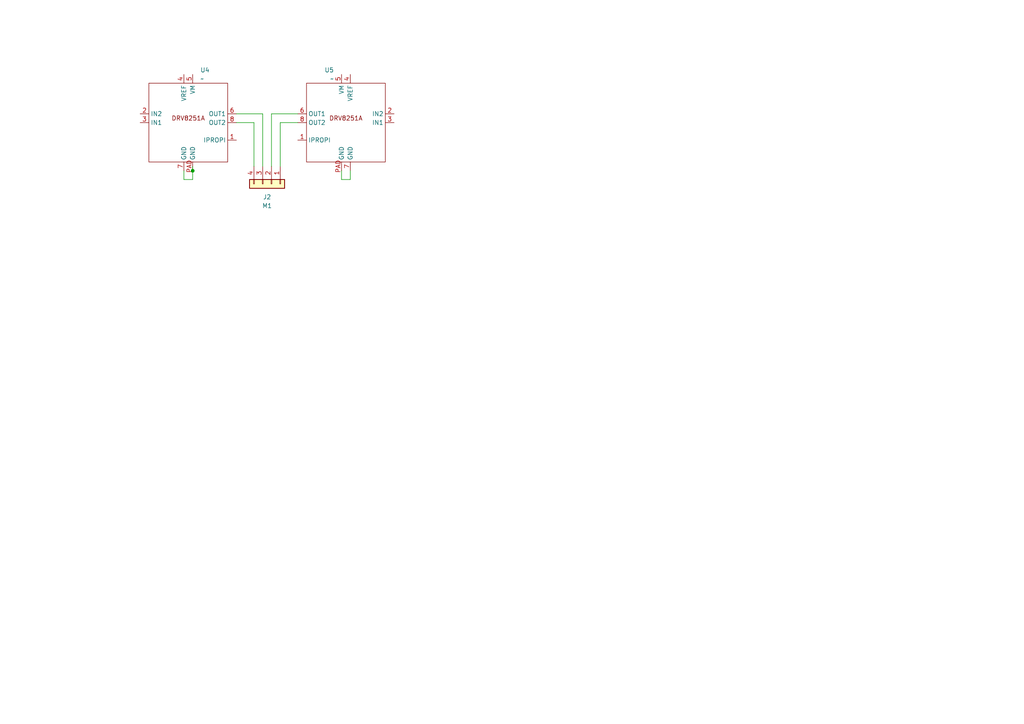
<source format=kicad_sch>
(kicad_sch (version 20231120) (generator "eeschema") (generator_version "8.0")
  (paper "A4")
  (lib_symbols
    (symbol "Connector_Generic:Conn_01x04" (pin_names (offset 1.016) hide)
      (property "Reference" "J" (at 0 5.08 0))
      (property "Value" "Conn_01x04" (at 0 -7.62 0))
      (symbol "Conn_01x04_1_1"
        (rectangle (start -1.27 -4.953) (end 0 -5.207) (stroke (width 0.1524)))
        (rectangle (start -1.27 -2.413) (end 0 -2.667) (stroke (width 0.1524)))
        (rectangle (start -1.27 0.127) (end 0 -0.127) (stroke (width 0.1524)))
        (rectangle (start -1.27 2.667) (end 0 2.413) (stroke (width 0.1524)))
        (rectangle (start -1.27 3.81) (end 1.27 -6.35) (stroke (width 0.254)) (fill (type background)))
        (pin passive line (at -5.08 2.54 0) (length 3.81) (name "Pin_1") (number "1"))
        (pin passive line (at -5.08 0 0) (length 3.81) (name "Pin_2") (number "2"))
        (pin passive line (at -5.08 -2.54 0) (length 3.81) (name "Pin_3") (number "3"))
        (pin passive line (at -5.08 -5.08 0) (length 3.81) (name "Pin_4") (number "4"))
      )
    )
    (symbol "EchoSymbols:DRV8251A"
      (property "Reference" "U" (at 0 2.286 0))
      (symbol "DRV8251A_0_0"
        (pin unspecified line (at 13.97 -6.35 180) (length 2.54) (name "IPROPI") (number "1"))
        (pin unspecified line (at -13.97 1.27 0) (length 2.54) (name "IN2") (number "2"))
        (pin unspecified line (at -13.97 -1.27 0) (length 2.54) (name "IN1") (number "3"))
        (pin unspecified line (at -1.27 12.7 270) (length 2.54) (name "VREF") (number "4"))
        (pin unspecified line (at 1.27 12.7 270) (length 2.54) (name "VM") (number "5"))
        (pin unspecified line (at 13.97 1.27 180) (length 2.54) (name "OUT1") (number "6"))
        (pin unspecified line (at -1.27 -15.24 90) (length 2.54) (name "GND") (number "7"))
        (pin unspecified line (at 13.97 -1.27 180) (length 2.54) (name "OUT2") (number "8"))
        (pin unspecified line (at 1.27 -15.24 90) (length 2.54) (name "GND") (number "PAD"))
      )
      (symbol "DRV8251A_1_1"
        (rectangle (start -11.43 10.16) (end 11.43 -12.7))
        (text "DRV8251A" (at 0 0 0) (effects (font (size 1.27 1.27))))
      )
    )
  )
  (junction (at 55.88 49.53))
  (wire (pts (xy 99.06 52.07) (xy 101.6 52.07)))
  (wire (pts (xy 55.88 52.07) (xy 55.88 49.53)))
  (wire (pts (xy 101.6 52.07) (xy 101.6 49.53)))
  (wire (pts (xy 53.34 49.53) (xy 53.34 52.07)))
  (wire (pts (xy 68.58 33.02) (xy 76.2 33.02)))
  (wire (pts (xy 53.34 52.07) (xy 55.88 52.07)))
  (wire (pts (xy 81.28 35.56) (xy 81.28 48.26)))
  (wire (pts (xy 99.06 49.53) (xy 99.06 52.07)))
  (wire (pts (xy 55.88 49.53) (xy 55.88 48.26)))
  (wire (pts (xy 68.58 35.56) (xy 73.66 35.56)))
  (wire (pts (xy 76.2 33.02) (xy 76.2 48.26)))
  (wire (pts (xy 86.36 35.56) (xy 81.28 35.56)))
  (wire (pts (xy 73.66 35.56) (xy 73.66 48.26)))
  (wire (pts (xy 78.74 33.02) (xy 78.74 48.26)))
  (wire (pts (xy 86.36 33.02) (xy 78.74 33.02)))
  (symbol (lib_id "EchoSymbols:DRV8251A") (at 54.61 34.29 0) (unit 1)
    (property "Reference" "U4" (at 58.0741 20.32 0) (effects (justify left)))
    (property "Value" "~" (at 58.0741 22.86 0) (effects (justify left)))
  )
  (symbol (lib_id "Connector_Generic:Conn_01x04") (at 78.74 53.34 270) (unit 1)
    (property "Reference" "J2" (at 77.47 57.15 90))
    (property "Value" "M1" (at 77.47 59.69 90))
    (property "Description" "Generic connector, single row, 01x04, script generated (kicad-library-utils/schlib/autogen/connector/)" (effects (hide yes)))
  )
  (symbol (lib_id "EchoSymbols:DRV8251A") (at 100.33 34.29 0) (mirror y) (unit 1)
    (property "Reference" "U5" (at 96.8659 20.32 0) (effects (justify left)))
    (property "Value" "~" (at 96.8659 22.86 0) (effects (justify left)))
  )
)
</source>
